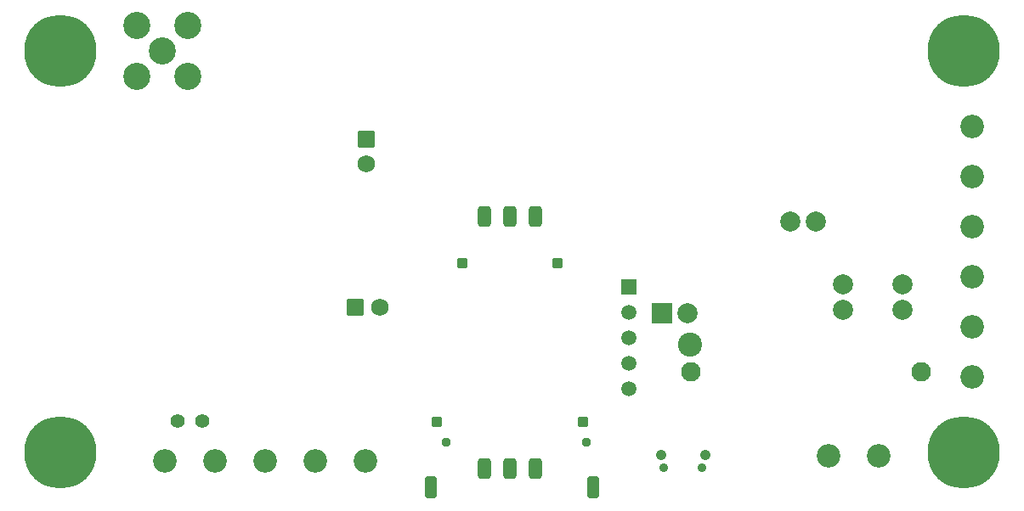
<source format=gbs>
%FSLAX44Y44*%
%MOMM*%
G71*
G01*
G75*
G04 Layer_Color=16711935*
G04:AMPARAMS|DCode=10|XSize=0.7mm|YSize=2.5mm|CornerRadius=0.175mm|HoleSize=0mm|Usage=FLASHONLY|Rotation=0.000|XOffset=0mm|YOffset=0mm|HoleType=Round|Shape=RoundedRectangle|*
%AMROUNDEDRECTD10*
21,1,0.7000,2.1500,0,0,0.0*
21,1,0.3500,2.5000,0,0,0.0*
1,1,0.3500,0.1750,-1.0750*
1,1,0.3500,-0.1750,-1.0750*
1,1,0.3500,-0.1750,1.0750*
1,1,0.3500,0.1750,1.0750*
%
%ADD10ROUNDEDRECTD10*%
G04:AMPARAMS|DCode=11|XSize=2.5mm|YSize=2.5mm|CornerRadius=0.625mm|HoleSize=0mm|Usage=FLASHONLY|Rotation=0.000|XOffset=0mm|YOffset=0mm|HoleType=Round|Shape=RoundedRectangle|*
%AMROUNDEDRECTD11*
21,1,2.5000,1.2500,0,0,0.0*
21,1,1.2500,2.5000,0,0,0.0*
1,1,1.2500,0.6250,-0.6250*
1,1,1.2500,-0.6250,-0.6250*
1,1,1.2500,-0.6250,0.6250*
1,1,1.2500,0.6250,0.6250*
%
%ADD11ROUNDEDRECTD11*%
G04:AMPARAMS|DCode=12|XSize=0.7mm|YSize=2.5mm|CornerRadius=0.175mm|HoleSize=0mm|Usage=FLASHONLY|Rotation=270.000|XOffset=0mm|YOffset=0mm|HoleType=Round|Shape=RoundedRectangle|*
%AMROUNDEDRECTD12*
21,1,0.7000,2.1500,0,0,270.0*
21,1,0.3500,2.5000,0,0,270.0*
1,1,0.3500,-1.0750,-0.1750*
1,1,0.3500,-1.0750,0.1750*
1,1,0.3500,1.0750,0.1750*
1,1,0.3500,1.0750,-0.1750*
%
%ADD12ROUNDEDRECTD12*%
G04:AMPARAMS|DCode=13|XSize=0.8mm|YSize=1mm|CornerRadius=0.2mm|HoleSize=0mm|Usage=FLASHONLY|Rotation=180.000|XOffset=0mm|YOffset=0mm|HoleType=Round|Shape=RoundedRectangle|*
%AMROUNDEDRECTD13*
21,1,0.8000,0.6000,0,0,180.0*
21,1,0.4000,1.0000,0,0,180.0*
1,1,0.4000,-0.2000,0.3000*
1,1,0.4000,0.2000,0.3000*
1,1,0.4000,0.2000,-0.3000*
1,1,0.4000,-0.2000,-0.3000*
%
%ADD13ROUNDEDRECTD13*%
G04:AMPARAMS|DCode=14|XSize=1mm|YSize=2mm|CornerRadius=0.25mm|HoleSize=0mm|Usage=FLASHONLY|Rotation=180.000|XOffset=0mm|YOffset=0mm|HoleType=Round|Shape=RoundedRectangle|*
%AMROUNDEDRECTD14*
21,1,1.0000,1.5000,0,0,180.0*
21,1,0.5000,2.0000,0,0,180.0*
1,1,0.5000,-0.2500,0.7500*
1,1,0.5000,0.2500,0.7500*
1,1,0.5000,0.2500,-0.7500*
1,1,0.5000,-0.2500,-0.7500*
%
%ADD14ROUNDEDRECTD14*%
G04:AMPARAMS|DCode=15|XSize=4.1mm|YSize=2.1mm|CornerRadius=0.1995mm|HoleSize=0mm|Usage=FLASHONLY|Rotation=90.000|XOffset=0mm|YOffset=0mm|HoleType=Round|Shape=RoundedRectangle|*
%AMROUNDEDRECTD15*
21,1,4.1000,1.7010,0,0,90.0*
21,1,3.7010,2.1000,0,0,90.0*
1,1,0.3990,0.8505,1.8505*
1,1,0.3990,0.8505,-1.8505*
1,1,0.3990,-0.8505,-1.8505*
1,1,0.3990,-0.8505,1.8505*
%
%ADD15ROUNDEDRECTD15*%
G04:AMPARAMS|DCode=16|XSize=3.95mm|YSize=1.2mm|CornerRadius=0.198mm|HoleSize=0mm|Usage=FLASHONLY|Rotation=270.000|XOffset=0mm|YOffset=0mm|HoleType=Round|Shape=RoundedRectangle|*
%AMROUNDEDRECTD16*
21,1,3.9500,0.8040,0,0,270.0*
21,1,3.5540,1.2000,0,0,270.0*
1,1,0.3960,-0.4020,-1.7770*
1,1,0.3960,-0.4020,1.7770*
1,1,0.3960,0.4020,1.7770*
1,1,0.3960,0.4020,-1.7770*
%
%ADD16ROUNDEDRECTD16*%
G04:AMPARAMS|DCode=17|XSize=11.3mm|YSize=10.75mm|CornerRadius=0.215mm|HoleSize=0mm|Usage=FLASHONLY|Rotation=270.000|XOffset=0mm|YOffset=0mm|HoleType=Round|Shape=RoundedRectangle|*
%AMROUNDEDRECTD17*
21,1,11.3000,10.3200,0,0,270.0*
21,1,10.8700,10.7500,0,0,270.0*
1,1,0.4300,-5.1600,-5.4350*
1,1,0.4300,-5.1600,5.4350*
1,1,0.4300,5.1600,5.4350*
1,1,0.4300,5.1600,-5.4350*
%
%ADD17ROUNDEDRECTD17*%
G04:AMPARAMS|DCode=18|XSize=1.1mm|YSize=0.7mm|CornerRadius=0.2345mm|HoleSize=0mm|Usage=FLASHONLY|Rotation=270.000|XOffset=0mm|YOffset=0mm|HoleType=Round|Shape=RoundedRectangle|*
%AMROUNDEDRECTD18*
21,1,1.1000,0.2310,0,0,270.0*
21,1,0.6310,0.7000,0,0,270.0*
1,1,0.4690,-0.1155,-0.3155*
1,1,0.4690,-0.1155,0.3155*
1,1,0.4690,0.1155,0.3155*
1,1,0.4690,0.1155,-0.3155*
%
%ADD18ROUNDEDRECTD18*%
G04:AMPARAMS|DCode=19|XSize=1.1mm|YSize=0.6mm|CornerRadius=0.201mm|HoleSize=0mm|Usage=FLASHONLY|Rotation=270.000|XOffset=0mm|YOffset=0mm|HoleType=Round|Shape=RoundedRectangle|*
%AMROUNDEDRECTD19*
21,1,1.1000,0.1980,0,0,270.0*
21,1,0.6980,0.6000,0,0,270.0*
1,1,0.4020,-0.0990,-0.3490*
1,1,0.4020,-0.0990,0.3490*
1,1,0.4020,0.0990,0.3490*
1,1,0.4020,0.0990,-0.3490*
%
%ADD19ROUNDEDRECTD19*%
G04:AMPARAMS|DCode=20|XSize=1.05mm|YSize=0.65mm|CornerRadius=0.2015mm|HoleSize=0mm|Usage=FLASHONLY|Rotation=90.000|XOffset=0mm|YOffset=0mm|HoleType=Round|Shape=RoundedRectangle|*
%AMROUNDEDRECTD20*
21,1,1.0500,0.2470,0,0,90.0*
21,1,0.6470,0.6500,0,0,90.0*
1,1,0.4030,0.1235,0.3235*
1,1,0.4030,0.1235,-0.3235*
1,1,0.4030,-0.1235,-0.3235*
1,1,0.4030,-0.1235,0.3235*
%
%ADD20ROUNDEDRECTD20*%
G04:AMPARAMS|DCode=21|XSize=1.75mm|YSize=1.05mm|CornerRadius=0.1995mm|HoleSize=0mm|Usage=FLASHONLY|Rotation=180.000|XOffset=0mm|YOffset=0mm|HoleType=Round|Shape=RoundedRectangle|*
%AMROUNDEDRECTD21*
21,1,1.7500,0.6510,0,0,180.0*
21,1,1.3510,1.0500,0,0,180.0*
1,1,0.3990,-0.6755,0.3255*
1,1,0.3990,0.6755,0.3255*
1,1,0.3990,0.6755,-0.3255*
1,1,0.3990,-0.6755,-0.3255*
%
%ADD21ROUNDEDRECTD21*%
G04:AMPARAMS|DCode=22|XSize=1.75mm|YSize=1.05mm|CornerRadius=0.1995mm|HoleSize=0mm|Usage=FLASHONLY|Rotation=90.000|XOffset=0mm|YOffset=0mm|HoleType=Round|Shape=RoundedRectangle|*
%AMROUNDEDRECTD22*
21,1,1.7500,0.6510,0,0,90.0*
21,1,1.3510,1.0500,0,0,90.0*
1,1,0.3990,0.3255,0.6755*
1,1,0.3990,0.3255,-0.6755*
1,1,0.3990,-0.3255,-0.6755*
1,1,0.3990,-0.3255,0.6755*
%
%ADD22ROUNDEDRECTD22*%
G04:AMPARAMS|DCode=23|XSize=2.7mm|YSize=1.2mm|CornerRadius=0.21mm|HoleSize=0mm|Usage=FLASHONLY|Rotation=180.000|XOffset=0mm|YOffset=0mm|HoleType=Round|Shape=RoundedRectangle|*
%AMROUNDEDRECTD23*
21,1,2.7000,0.7800,0,0,180.0*
21,1,2.2800,1.2000,0,0,180.0*
1,1,0.4200,-1.1400,0.3900*
1,1,0.4200,1.1400,0.3900*
1,1,0.4200,1.1400,-0.3900*
1,1,0.4200,-1.1400,-0.3900*
%
%ADD23ROUNDEDRECTD23*%
G04:AMPARAMS|DCode=24|XSize=2.5mm|YSize=1.7mm|CornerRadius=0.204mm|HoleSize=0mm|Usage=FLASHONLY|Rotation=0.000|XOffset=0mm|YOffset=0mm|HoleType=Round|Shape=RoundedRectangle|*
%AMROUNDEDRECTD24*
21,1,2.5000,1.2920,0,0,0.0*
21,1,2.0920,1.7000,0,0,0.0*
1,1,0.4080,1.0460,-0.6460*
1,1,0.4080,-1.0460,-0.6460*
1,1,0.4080,-1.0460,0.6460*
1,1,0.4080,1.0460,0.6460*
%
%ADD24ROUNDEDRECTD24*%
G04:AMPARAMS|DCode=25|XSize=1.2mm|YSize=1.2mm|CornerRadius=0.198mm|HoleSize=0mm|Usage=FLASHONLY|Rotation=270.000|XOffset=0mm|YOffset=0mm|HoleType=Round|Shape=RoundedRectangle|*
%AMROUNDEDRECTD25*
21,1,1.2000,0.8040,0,0,270.0*
21,1,0.8040,1.2000,0,0,270.0*
1,1,0.3960,-0.4020,-0.4020*
1,1,0.3960,-0.4020,0.4020*
1,1,0.3960,0.4020,0.4020*
1,1,0.3960,0.4020,-0.4020*
%
%ADD25ROUNDEDRECTD25*%
G04:AMPARAMS|DCode=26|XSize=1.2mm|YSize=1.2mm|CornerRadius=0.198mm|HoleSize=0mm|Usage=FLASHONLY|Rotation=0.000|XOffset=0mm|YOffset=0mm|HoleType=Round|Shape=RoundedRectangle|*
%AMROUNDEDRECTD26*
21,1,1.2000,0.8040,0,0,0.0*
21,1,0.8040,1.2000,0,0,0.0*
1,1,0.3960,0.4020,-0.4020*
1,1,0.3960,-0.4020,-0.4020*
1,1,0.3960,-0.4020,0.4020*
1,1,0.3960,0.4020,0.4020*
%
%ADD26ROUNDEDRECTD26*%
G04:AMPARAMS|DCode=27|XSize=2.5mm|YSize=2mm|CornerRadius=0.2mm|HoleSize=0mm|Usage=FLASHONLY|Rotation=90.000|XOffset=0mm|YOffset=0mm|HoleType=Round|Shape=RoundedRectangle|*
%AMROUNDEDRECTD27*
21,1,2.5000,1.6000,0,0,90.0*
21,1,2.1000,2.0000,0,0,90.0*
1,1,0.4000,0.8000,1.0500*
1,1,0.4000,0.8000,-1.0500*
1,1,0.4000,-0.8000,-1.0500*
1,1,0.4000,-0.8000,1.0500*
%
%ADD27ROUNDEDRECTD27*%
G04:AMPARAMS|DCode=28|XSize=2.3mm|YSize=0.5mm|CornerRadius=0.2mm|HoleSize=0mm|Usage=FLASHONLY|Rotation=90.000|XOffset=0mm|YOffset=0mm|HoleType=Round|Shape=RoundedRectangle|*
%AMROUNDEDRECTD28*
21,1,2.3000,0.1000,0,0,90.0*
21,1,1.9000,0.5000,0,0,90.0*
1,1,0.4000,0.0500,0.9500*
1,1,0.4000,0.0500,-0.9500*
1,1,0.4000,-0.0500,-0.9500*
1,1,0.4000,-0.0500,0.9500*
%
%ADD28ROUNDEDRECTD28*%
G04:AMPARAMS|DCode=29|XSize=1mm|YSize=0.95mm|CornerRadius=0.1995mm|HoleSize=0mm|Usage=FLASHONLY|Rotation=90.000|XOffset=0mm|YOffset=0mm|HoleType=Round|Shape=RoundedRectangle|*
%AMROUNDEDRECTD29*
21,1,1.0000,0.5510,0,0,90.0*
21,1,0.6010,0.9500,0,0,90.0*
1,1,0.3990,0.2755,0.3005*
1,1,0.3990,0.2755,-0.3005*
1,1,0.3990,-0.2755,-0.3005*
1,1,0.3990,-0.2755,0.3005*
%
%ADD29ROUNDEDRECTD29*%
G04:AMPARAMS|DCode=30|XSize=1.1mm|YSize=0.6mm|CornerRadius=0.201mm|HoleSize=0mm|Usage=FLASHONLY|Rotation=0.000|XOffset=0mm|YOffset=0mm|HoleType=Round|Shape=RoundedRectangle|*
%AMROUNDEDRECTD30*
21,1,1.1000,0.1980,0,0,0.0*
21,1,0.6980,0.6000,0,0,0.0*
1,1,0.4020,0.3490,-0.0990*
1,1,0.4020,-0.3490,-0.0990*
1,1,0.4020,-0.3490,0.0990*
1,1,0.4020,0.3490,0.0990*
%
%ADD30ROUNDEDRECTD30*%
G04:AMPARAMS|DCode=31|XSize=1mm|YSize=0.95mm|CornerRadius=0.1995mm|HoleSize=0mm|Usage=FLASHONLY|Rotation=0.000|XOffset=0mm|YOffset=0mm|HoleType=Round|Shape=RoundedRectangle|*
%AMROUNDEDRECTD31*
21,1,1.0000,0.5510,0,0,0.0*
21,1,0.6010,0.9500,0,0,0.0*
1,1,0.3990,0.3005,-0.2755*
1,1,0.3990,-0.3005,-0.2755*
1,1,0.3990,-0.3005,0.2755*
1,1,0.3990,0.3005,0.2755*
%
%ADD31ROUNDEDRECTD31*%
%ADD32O,2.5000X0.7000*%
%ADD33O,0.7000X2.5000*%
G04:AMPARAMS|DCode=34|XSize=1.6mm|YSize=1.3mm|CornerRadius=0.2015mm|HoleSize=0mm|Usage=FLASHONLY|Rotation=270.000|XOffset=0mm|YOffset=0mm|HoleType=Round|Shape=RoundedRectangle|*
%AMROUNDEDRECTD34*
21,1,1.6000,0.8970,0,0,270.0*
21,1,1.1970,1.3000,0,0,270.0*
1,1,0.4030,-0.4485,-0.5985*
1,1,0.4030,-0.4485,0.5985*
1,1,0.4030,0.4485,0.5985*
1,1,0.4030,0.4485,-0.5985*
%
%ADD34ROUNDEDRECTD34*%
G04:AMPARAMS|DCode=35|XSize=2.5mm|YSize=1.15mm|CornerRadius=0.3852mm|HoleSize=0mm|Usage=FLASHONLY|Rotation=90.000|XOffset=0mm|YOffset=0mm|HoleType=Round|Shape=RoundedRectangle|*
%AMROUNDEDRECTD35*
21,1,2.5000,0.3795,0,0,90.0*
21,1,1.7295,1.1500,0,0,90.0*
1,1,0.7705,0.1898,0.8648*
1,1,0.7705,0.1898,-0.8648*
1,1,0.7705,-0.1898,-0.8648*
1,1,0.7705,-0.1898,0.8648*
%
%ADD35ROUNDEDRECTD35*%
G04:AMPARAMS|DCode=36|XSize=1.3mm|YSize=1mm|CornerRadius=0.25mm|HoleSize=0mm|Usage=FLASHONLY|Rotation=90.000|XOffset=0mm|YOffset=0mm|HoleType=Round|Shape=RoundedRectangle|*
%AMROUNDEDRECTD36*
21,1,1.3000,0.5000,0,0,90.0*
21,1,0.8000,1.0000,0,0,90.0*
1,1,0.5000,0.2500,0.4000*
1,1,0.5000,0.2500,-0.4000*
1,1,0.5000,-0.2500,-0.4000*
1,1,0.5000,-0.2500,0.4000*
%
%ADD36ROUNDEDRECTD36*%
G04:AMPARAMS|DCode=37|XSize=2.35mm|YSize=1.15mm|CornerRadius=0.3852mm|HoleSize=0mm|Usage=FLASHONLY|Rotation=90.000|XOffset=0mm|YOffset=0mm|HoleType=Round|Shape=RoundedRectangle|*
%AMROUNDEDRECTD37*
21,1,2.3500,0.3795,0,0,90.0*
21,1,1.5795,1.1500,0,0,90.0*
1,1,0.7705,0.1898,0.7897*
1,1,0.7705,0.1898,-0.7897*
1,1,0.7705,-0.1898,-0.7897*
1,1,0.7705,-0.1898,0.7897*
%
%ADD37ROUNDEDRECTD37*%
%ADD38R,0.4000X1.4000*%
G04:AMPARAMS|DCode=39|XSize=1.8mm|YSize=1.9mm|CornerRadius=0.45mm|HoleSize=0mm|Usage=FLASHONLY|Rotation=0.000|XOffset=0mm|YOffset=0mm|HoleType=Round|Shape=RoundedRectangle|*
%AMROUNDEDRECTD39*
21,1,1.8000,1.0000,0,0,0.0*
21,1,0.9000,1.9000,0,0,0.0*
1,1,0.9000,0.4500,-0.5000*
1,1,0.9000,-0.4500,-0.5000*
1,1,0.9000,-0.4500,0.5000*
1,1,0.9000,0.4500,0.5000*
%
%ADD39ROUNDEDRECTD39*%
G04:AMPARAMS|DCode=40|XSize=2.5mm|YSize=1.7mm|CornerRadius=0.204mm|HoleSize=0mm|Usage=FLASHONLY|Rotation=90.000|XOffset=0mm|YOffset=0mm|HoleType=Round|Shape=RoundedRectangle|*
%AMROUNDEDRECTD40*
21,1,2.5000,1.2920,0,0,90.0*
21,1,2.0920,1.7000,0,0,90.0*
1,1,0.4080,0.6460,1.0460*
1,1,0.4080,0.6460,-1.0460*
1,1,0.4080,-0.6460,-1.0460*
1,1,0.4080,-0.6460,1.0460*
%
%ADD40ROUNDEDRECTD40*%
G04:AMPARAMS|DCode=41|XSize=1.8mm|YSize=1.7mm|CornerRadius=0.204mm|HoleSize=0mm|Usage=FLASHONLY|Rotation=180.000|XOffset=0mm|YOffset=0mm|HoleType=Round|Shape=RoundedRectangle|*
%AMROUNDEDRECTD41*
21,1,1.8000,1.2920,0,0,180.0*
21,1,1.3920,1.7000,0,0,180.0*
1,1,0.4080,-0.6960,0.6460*
1,1,0.4080,0.6960,0.6460*
1,1,0.4080,0.6960,-0.6460*
1,1,0.4080,-0.6960,-0.6460*
%
%ADD41ROUNDEDRECTD41*%
G04:AMPARAMS|DCode=42|XSize=1mm|YSize=1.2mm|CornerRadius=0.165mm|HoleSize=0mm|Usage=FLASHONLY|Rotation=0.000|XOffset=0mm|YOffset=0mm|HoleType=Round|Shape=RoundedRectangle|*
%AMROUNDEDRECTD42*
21,1,1.0000,0.8700,0,0,0.0*
21,1,0.6700,1.2000,0,0,0.0*
1,1,0.3300,0.3350,-0.4350*
1,1,0.3300,-0.3350,-0.4350*
1,1,0.3300,-0.3350,0.4350*
1,1,0.3300,0.3350,0.4350*
%
%ADD42ROUNDEDRECTD42*%
G04:AMPARAMS|DCode=43|XSize=3mm|YSize=2mm|CornerRadius=0.67mm|HoleSize=0mm|Usage=FLASHONLY|Rotation=90.000|XOffset=0mm|YOffset=0mm|HoleType=Round|Shape=RoundedRectangle|*
%AMROUNDEDRECTD43*
21,1,3.0000,0.6600,0,0,90.0*
21,1,1.6600,2.0000,0,0,90.0*
1,1,1.3400,0.3300,0.8300*
1,1,1.3400,0.3300,-0.8300*
1,1,1.3400,-0.3300,-0.8300*
1,1,1.3400,-0.3300,0.8300*
%
%ADD43ROUNDEDRECTD43*%
G04:AMPARAMS|DCode=44|XSize=2.3mm|YSize=0.9mm|CornerRadius=0.225mm|HoleSize=0mm|Usage=FLASHONLY|Rotation=90.000|XOffset=0mm|YOffset=0mm|HoleType=Round|Shape=RoundedRectangle|*
%AMROUNDEDRECTD44*
21,1,2.3000,0.4500,0,0,90.0*
21,1,1.8500,0.9000,0,0,90.0*
1,1,0.4500,0.2250,0.9250*
1,1,0.4500,0.2250,-0.9250*
1,1,0.4500,-0.2250,-0.9250*
1,1,0.4500,-0.2250,0.9250*
%
%ADD44ROUNDEDRECTD44*%
G04:AMPARAMS|DCode=45|XSize=1.2mm|YSize=2mm|CornerRadius=0.3mm|HoleSize=0mm|Usage=FLASHONLY|Rotation=180.000|XOffset=0mm|YOffset=0mm|HoleType=Round|Shape=RoundedRectangle|*
%AMROUNDEDRECTD45*
21,1,1.2000,1.4000,0,0,180.0*
21,1,0.6000,2.0000,0,0,180.0*
1,1,0.6000,-0.3000,0.7000*
1,1,0.6000,0.3000,0.7000*
1,1,0.6000,0.3000,-0.7000*
1,1,0.6000,-0.3000,-0.7000*
%
%ADD45ROUNDEDRECTD45*%
G04:AMPARAMS|DCode=46|XSize=1.05mm|YSize=0.65mm|CornerRadius=0.2015mm|HoleSize=0mm|Usage=FLASHONLY|Rotation=0.000|XOffset=0mm|YOffset=0mm|HoleType=Round|Shape=RoundedRectangle|*
%AMROUNDEDRECTD46*
21,1,1.0500,0.2470,0,0,0.0*
21,1,0.6470,0.6500,0,0,0.0*
1,1,0.4030,0.3235,-0.1235*
1,1,0.4030,-0.3235,-0.1235*
1,1,0.4030,-0.3235,0.1235*
1,1,0.4030,0.3235,0.1235*
%
%ADD46ROUNDEDRECTD46*%
G04:AMPARAMS|DCode=47|XSize=1mm|YSize=0.9mm|CornerRadius=0.198mm|HoleSize=0mm|Usage=FLASHONLY|Rotation=270.000|XOffset=0mm|YOffset=0mm|HoleType=Round|Shape=RoundedRectangle|*
%AMROUNDEDRECTD47*
21,1,1.0000,0.5040,0,0,270.0*
21,1,0.6040,0.9000,0,0,270.0*
1,1,0.3960,-0.2520,-0.3020*
1,1,0.3960,-0.2520,0.3020*
1,1,0.3960,0.2520,0.3020*
1,1,0.3960,0.2520,-0.3020*
%
%ADD47ROUNDEDRECTD47*%
G04:AMPARAMS|DCode=48|XSize=1.45mm|YSize=0.95mm|CornerRadius=0.1995mm|HoleSize=0mm|Usage=FLASHONLY|Rotation=180.000|XOffset=0mm|YOffset=0mm|HoleType=Round|Shape=RoundedRectangle|*
%AMROUNDEDRECTD48*
21,1,1.4500,0.5510,0,0,180.0*
21,1,1.0510,0.9500,0,0,180.0*
1,1,0.3990,-0.5255,0.2755*
1,1,0.3990,0.5255,0.2755*
1,1,0.3990,0.5255,-0.2755*
1,1,0.3990,-0.5255,-0.2755*
%
%ADD48ROUNDEDRECTD48*%
G04:AMPARAMS|DCode=49|XSize=1.45mm|YSize=1.15mm|CornerRadius=0.2013mm|HoleSize=0mm|Usage=FLASHONLY|Rotation=180.000|XOffset=0mm|YOffset=0mm|HoleType=Round|Shape=RoundedRectangle|*
%AMROUNDEDRECTD49*
21,1,1.4500,0.7475,0,0,180.0*
21,1,1.0475,1.1500,0,0,180.0*
1,1,0.4025,-0.5238,0.3738*
1,1,0.4025,0.5238,0.3738*
1,1,0.4025,0.5238,-0.3738*
1,1,0.4025,-0.5238,-0.3738*
%
%ADD49ROUNDEDRECTD49*%
%ADD50C,0.3500*%
%ADD51C,0.4000*%
%ADD52C,0.5000*%
%ADD53C,0.7000*%
%ADD54C,0.2500*%
%ADD55C,2.2000*%
%ADD56C,7.0000*%
%ADD57C,2.5000*%
%ADD58C,1.8000*%
%ADD59C,1.8500*%
%ADD60C,1.6000*%
G04:AMPARAMS|DCode=61|XSize=1.6mm|YSize=1.6mm|CornerRadius=0.2mm|HoleSize=0mm|Usage=FLASHONLY|Rotation=270.000|XOffset=0mm|YOffset=0mm|HoleType=Round|Shape=RoundedRectangle|*
%AMROUNDEDRECTD61*
21,1,1.6000,1.2000,0,0,270.0*
21,1,1.2000,1.6000,0,0,270.0*
1,1,0.4000,-0.6000,-0.6000*
1,1,0.4000,-0.6000,0.6000*
1,1,0.4000,0.6000,0.6000*
1,1,0.4000,0.6000,-0.6000*
%
%ADD61ROUNDEDRECTD61*%
G04:AMPARAMS|DCode=62|XSize=1.6mm|YSize=1.6mm|CornerRadius=0.2mm|HoleSize=0mm|Usage=FLASHONLY|Rotation=0.000|XOffset=0mm|YOffset=0mm|HoleType=Round|Shape=RoundedRectangle|*
%AMROUNDEDRECTD62*
21,1,1.6000,1.2000,0,0,0.0*
21,1,1.2000,1.6000,0,0,0.0*
1,1,0.4000,0.6000,-0.6000*
1,1,0.4000,-0.6000,-0.6000*
1,1,0.4000,-0.6000,0.6000*
1,1,0.4000,0.6000,0.6000*
%
%ADD62ROUNDEDRECTD62*%
%ADD63C,0.5000*%
%ADD64R,1.8500X1.8500*%
%ADD65R,1.3000X1.3000*%
%ADD66C,1.3000*%
G04:AMPARAMS|DCode=67|XSize=1.15mm|YSize=2.1mm|CornerRadius=0.2875mm|HoleSize=0mm|Usage=FLASHONLY|Rotation=0.000|XOffset=0mm|YOffset=0mm|HoleType=Round|Shape=RoundedRectangle|*
%AMROUNDEDRECTD67*
21,1,1.1500,1.5250,0,0,0.0*
21,1,0.5750,2.1000,0,0,0.0*
1,1,0.5750,0.2875,-0.7625*
1,1,0.5750,-0.2875,-0.7625*
1,1,0.5750,-0.2875,0.7625*
1,1,0.5750,0.2875,0.7625*
%
%ADD67ROUNDEDRECTD67*%
%ADD68C,0.7000*%
%ADD69C,1.2000*%
G04:AMPARAMS|DCode=70|XSize=0.7mm|YSize=0.7mm|CornerRadius=0.175mm|HoleSize=0mm|Usage=FLASHONLY|Rotation=0.000|XOffset=0mm|YOffset=0mm|HoleType=Round|Shape=RoundedRectangle|*
%AMROUNDEDRECTD70*
21,1,0.7000,0.3500,0,0,0.0*
21,1,0.3500,0.7000,0,0,0.0*
1,1,0.3500,0.1750,-0.1750*
1,1,0.3500,-0.1750,-0.1750*
1,1,0.3500,-0.1750,0.1750*
1,1,0.3500,0.1750,0.1750*
%
%ADD70ROUNDEDRECTD70*%
G04:AMPARAMS|DCode=71|XSize=1mm|YSize=1mm|CornerRadius=0.25mm|HoleSize=0mm|Usage=FLASHONLY|Rotation=90.000|XOffset=0mm|YOffset=0mm|HoleType=Round|Shape=RoundedRectangle|*
%AMROUNDEDRECTD71*
21,1,1.0000,0.5000,0,0,90.0*
21,1,0.5000,1.0000,0,0,90.0*
1,1,0.5000,0.2500,0.2500*
1,1,0.5000,0.2500,-0.2500*
1,1,0.5000,-0.2500,-0.2500*
1,1,0.5000,-0.2500,0.2500*
%
%ADD71ROUNDEDRECTD71*%
%ADD72C,0.3000*%
%ADD73C,0.2000*%
%ADD74C,0.2540*%
%ADD75C,0.1500*%
%ADD76C,0.1000*%
%ADD77C,0.0750*%
G04:AMPARAMS|DCode=78|XSize=0.9032mm|YSize=2.7032mm|CornerRadius=0.2766mm|HoleSize=0mm|Usage=FLASHONLY|Rotation=270.000|XOffset=0mm|YOffset=0mm|HoleType=Round|Shape=RoundedRectangle|*
%AMROUNDEDRECTD78*
21,1,0.9032,2.1500,0,0,270.0*
21,1,0.3500,2.7032,0,0,270.0*
1,1,0.5532,-1.0750,-0.1750*
1,1,0.5532,-1.0750,0.1750*
1,1,0.5532,1.0750,0.1750*
1,1,0.5532,1.0750,-0.1750*
%
%ADD78ROUNDEDRECTD78*%
G04:AMPARAMS|DCode=79|XSize=1.0032mm|YSize=1.2032mm|CornerRadius=0.3016mm|HoleSize=0mm|Usage=FLASHONLY|Rotation=180.000|XOffset=0mm|YOffset=0mm|HoleType=Round|Shape=RoundedRectangle|*
%AMROUNDEDRECTD79*
21,1,1.0032,0.6000,0,0,180.0*
21,1,0.4000,1.2032,0,0,180.0*
1,1,0.6032,-0.2000,0.3000*
1,1,0.6032,0.2000,0.3000*
1,1,0.6032,0.2000,-0.3000*
1,1,0.6032,-0.2000,-0.3000*
%
%ADD79ROUNDEDRECTD79*%
G04:AMPARAMS|DCode=80|XSize=1.2032mm|YSize=2.2032mm|CornerRadius=0.3516mm|HoleSize=0mm|Usage=FLASHONLY|Rotation=180.000|XOffset=0mm|YOffset=0mm|HoleType=Round|Shape=RoundedRectangle|*
%AMROUNDEDRECTD80*
21,1,1.2032,1.5000,0,0,180.0*
21,1,0.5000,2.2032,0,0,180.0*
1,1,0.7032,-0.2500,0.7500*
1,1,0.7032,0.2500,0.7500*
1,1,0.7032,0.2500,-0.7500*
1,1,0.7032,-0.2500,-0.7500*
%
%ADD80ROUNDEDRECTD80*%
G04:AMPARAMS|DCode=81|XSize=4.25mm|YSize=2.25mm|CornerRadius=0.2745mm|HoleSize=0mm|Usage=FLASHONLY|Rotation=90.000|XOffset=0mm|YOffset=0mm|HoleType=Round|Shape=RoundedRectangle|*
%AMROUNDEDRECTD81*
21,1,4.2500,1.7010,0,0,90.0*
21,1,3.7010,2.2500,0,0,90.0*
1,1,0.5490,0.8505,1.8505*
1,1,0.5490,0.8505,-1.8505*
1,1,0.5490,-0.8505,-1.8505*
1,1,0.5490,-0.8505,1.8505*
%
%ADD81ROUNDEDRECTD81*%
G04:AMPARAMS|DCode=82|XSize=4.1mm|YSize=1.35mm|CornerRadius=0.273mm|HoleSize=0mm|Usage=FLASHONLY|Rotation=270.000|XOffset=0mm|YOffset=0mm|HoleType=Round|Shape=RoundedRectangle|*
%AMROUNDEDRECTD82*
21,1,4.1000,0.8040,0,0,270.0*
21,1,3.5540,1.3500,0,0,270.0*
1,1,0.5460,-0.4020,-1.7770*
1,1,0.5460,-0.4020,1.7770*
1,1,0.5460,0.4020,1.7770*
1,1,0.5460,0.4020,-1.7770*
%
%ADD82ROUNDEDRECTD82*%
G04:AMPARAMS|DCode=83|XSize=11.45mm|YSize=10.9mm|CornerRadius=0.29mm|HoleSize=0mm|Usage=FLASHONLY|Rotation=270.000|XOffset=0mm|YOffset=0mm|HoleType=Round|Shape=RoundedRectangle|*
%AMROUNDEDRECTD83*
21,1,11.4500,10.3200,0,0,270.0*
21,1,10.8700,10.9000,0,0,270.0*
1,1,0.5800,-5.1600,-5.4350*
1,1,0.5800,-5.1600,5.4350*
1,1,0.5800,5.1600,5.4350*
1,1,0.5800,5.1600,-5.4350*
%
%ADD83ROUNDEDRECTD83*%
G04:AMPARAMS|DCode=84|XSize=1.25mm|YSize=0.85mm|CornerRadius=0.3095mm|HoleSize=0mm|Usage=FLASHONLY|Rotation=270.000|XOffset=0mm|YOffset=0mm|HoleType=Round|Shape=RoundedRectangle|*
%AMROUNDEDRECTD84*
21,1,1.2500,0.2310,0,0,270.0*
21,1,0.6310,0.8500,0,0,270.0*
1,1,0.6190,-0.1155,-0.3155*
1,1,0.6190,-0.1155,0.3155*
1,1,0.6190,0.1155,0.3155*
1,1,0.6190,0.1155,-0.3155*
%
%ADD84ROUNDEDRECTD84*%
G04:AMPARAMS|DCode=85|XSize=1.25mm|YSize=0.75mm|CornerRadius=0.276mm|HoleSize=0mm|Usage=FLASHONLY|Rotation=270.000|XOffset=0mm|YOffset=0mm|HoleType=Round|Shape=RoundedRectangle|*
%AMROUNDEDRECTD85*
21,1,1.2500,0.1980,0,0,270.0*
21,1,0.6980,0.7500,0,0,270.0*
1,1,0.5520,-0.0990,-0.3490*
1,1,0.5520,-0.0990,0.3490*
1,1,0.5520,0.0990,0.3490*
1,1,0.5520,0.0990,-0.3490*
%
%ADD85ROUNDEDRECTD85*%
G04:AMPARAMS|DCode=86|XSize=1.2mm|YSize=0.8mm|CornerRadius=0.2765mm|HoleSize=0mm|Usage=FLASHONLY|Rotation=90.000|XOffset=0mm|YOffset=0mm|HoleType=Round|Shape=RoundedRectangle|*
%AMROUNDEDRECTD86*
21,1,1.2000,0.2470,0,0,90.0*
21,1,0.6470,0.8000,0,0,90.0*
1,1,0.5530,0.1235,0.3235*
1,1,0.5530,0.1235,-0.3235*
1,1,0.5530,-0.1235,-0.3235*
1,1,0.5530,-0.1235,0.3235*
%
%ADD86ROUNDEDRECTD86*%
G04:AMPARAMS|DCode=87|XSize=1.9mm|YSize=1.2mm|CornerRadius=0.2745mm|HoleSize=0mm|Usage=FLASHONLY|Rotation=180.000|XOffset=0mm|YOffset=0mm|HoleType=Round|Shape=RoundedRectangle|*
%AMROUNDEDRECTD87*
21,1,1.9000,0.6510,0,0,180.0*
21,1,1.3510,1.2000,0,0,180.0*
1,1,0.5490,-0.6755,0.3255*
1,1,0.5490,0.6755,0.3255*
1,1,0.5490,0.6755,-0.3255*
1,1,0.5490,-0.6755,-0.3255*
%
%ADD87ROUNDEDRECTD87*%
G04:AMPARAMS|DCode=88|XSize=1.9mm|YSize=1.2mm|CornerRadius=0.2745mm|HoleSize=0mm|Usage=FLASHONLY|Rotation=90.000|XOffset=0mm|YOffset=0mm|HoleType=Round|Shape=RoundedRectangle|*
%AMROUNDEDRECTD88*
21,1,1.9000,0.6510,0,0,90.0*
21,1,1.3510,1.2000,0,0,90.0*
1,1,0.5490,0.3255,0.6755*
1,1,0.5490,0.3255,-0.6755*
1,1,0.5490,-0.3255,-0.6755*
1,1,0.5490,-0.3255,0.6755*
%
%ADD88ROUNDEDRECTD88*%
G04:AMPARAMS|DCode=89|XSize=2.85mm|YSize=1.35mm|CornerRadius=0.285mm|HoleSize=0mm|Usage=FLASHONLY|Rotation=180.000|XOffset=0mm|YOffset=0mm|HoleType=Round|Shape=RoundedRectangle|*
%AMROUNDEDRECTD89*
21,1,2.8500,0.7800,0,0,180.0*
21,1,2.2800,1.3500,0,0,180.0*
1,1,0.5700,-1.1400,0.3900*
1,1,0.5700,1.1400,0.3900*
1,1,0.5700,1.1400,-0.3900*
1,1,0.5700,-1.1400,-0.3900*
%
%ADD89ROUNDEDRECTD89*%
G04:AMPARAMS|DCode=90|XSize=2.65mm|YSize=1.85mm|CornerRadius=0.279mm|HoleSize=0mm|Usage=FLASHONLY|Rotation=0.000|XOffset=0mm|YOffset=0mm|HoleType=Round|Shape=RoundedRectangle|*
%AMROUNDEDRECTD90*
21,1,2.6500,1.2920,0,0,0.0*
21,1,2.0920,1.8500,0,0,0.0*
1,1,0.5580,1.0460,-0.6460*
1,1,0.5580,-1.0460,-0.6460*
1,1,0.5580,-1.0460,0.6460*
1,1,0.5580,1.0460,0.6460*
%
%ADD90ROUNDEDRECTD90*%
G04:AMPARAMS|DCode=91|XSize=1.35mm|YSize=1.35mm|CornerRadius=0.273mm|HoleSize=0mm|Usage=FLASHONLY|Rotation=270.000|XOffset=0mm|YOffset=0mm|HoleType=Round|Shape=RoundedRectangle|*
%AMROUNDEDRECTD91*
21,1,1.3500,0.8040,0,0,270.0*
21,1,0.8040,1.3500,0,0,270.0*
1,1,0.5460,-0.4020,-0.4020*
1,1,0.5460,-0.4020,0.4020*
1,1,0.5460,0.4020,0.4020*
1,1,0.5460,0.4020,-0.4020*
%
%ADD91ROUNDEDRECTD91*%
G04:AMPARAMS|DCode=92|XSize=1.35mm|YSize=1.35mm|CornerRadius=0.273mm|HoleSize=0mm|Usage=FLASHONLY|Rotation=0.000|XOffset=0mm|YOffset=0mm|HoleType=Round|Shape=RoundedRectangle|*
%AMROUNDEDRECTD92*
21,1,1.3500,0.8040,0,0,0.0*
21,1,0.8040,1.3500,0,0,0.0*
1,1,0.5460,0.4020,-0.4020*
1,1,0.5460,-0.4020,-0.4020*
1,1,0.5460,-0.4020,0.4020*
1,1,0.5460,0.4020,0.4020*
%
%ADD92ROUNDEDRECTD92*%
G04:AMPARAMS|DCode=93|XSize=2.65mm|YSize=2.15mm|CornerRadius=0.275mm|HoleSize=0mm|Usage=FLASHONLY|Rotation=90.000|XOffset=0mm|YOffset=0mm|HoleType=Round|Shape=RoundedRectangle|*
%AMROUNDEDRECTD93*
21,1,2.6500,1.6000,0,0,90.0*
21,1,2.1000,2.1500,0,0,90.0*
1,1,0.5500,0.8000,1.0500*
1,1,0.5500,0.8000,-1.0500*
1,1,0.5500,-0.8000,-1.0500*
1,1,0.5500,-0.8000,1.0500*
%
%ADD93ROUNDEDRECTD93*%
G04:AMPARAMS|DCode=94|XSize=2.45mm|YSize=0.65mm|CornerRadius=0.275mm|HoleSize=0mm|Usage=FLASHONLY|Rotation=90.000|XOffset=0mm|YOffset=0mm|HoleType=Round|Shape=RoundedRectangle|*
%AMROUNDEDRECTD94*
21,1,2.4500,0.1000,0,0,90.0*
21,1,1.9000,0.6500,0,0,90.0*
1,1,0.5500,0.0500,0.9500*
1,1,0.5500,0.0500,-0.9500*
1,1,0.5500,-0.0500,-0.9500*
1,1,0.5500,-0.0500,0.9500*
%
%ADD94ROUNDEDRECTD94*%
G04:AMPARAMS|DCode=95|XSize=1.15mm|YSize=1.1mm|CornerRadius=0.2745mm|HoleSize=0mm|Usage=FLASHONLY|Rotation=90.000|XOffset=0mm|YOffset=0mm|HoleType=Round|Shape=RoundedRectangle|*
%AMROUNDEDRECTD95*
21,1,1.1500,0.5510,0,0,90.0*
21,1,0.6010,1.1000,0,0,90.0*
1,1,0.5490,0.2755,0.3005*
1,1,0.5490,0.2755,-0.3005*
1,1,0.5490,-0.2755,-0.3005*
1,1,0.5490,-0.2755,0.3005*
%
%ADD95ROUNDEDRECTD95*%
G04:AMPARAMS|DCode=96|XSize=1.25mm|YSize=0.75mm|CornerRadius=0.276mm|HoleSize=0mm|Usage=FLASHONLY|Rotation=0.000|XOffset=0mm|YOffset=0mm|HoleType=Round|Shape=RoundedRectangle|*
%AMROUNDEDRECTD96*
21,1,1.2500,0.1980,0,0,0.0*
21,1,0.6980,0.7500,0,0,0.0*
1,1,0.5520,0.3490,-0.0990*
1,1,0.5520,-0.3490,-0.0990*
1,1,0.5520,-0.3490,0.0990*
1,1,0.5520,0.3490,0.0990*
%
%ADD96ROUNDEDRECTD96*%
G04:AMPARAMS|DCode=97|XSize=1.15mm|YSize=1.1mm|CornerRadius=0.2745mm|HoleSize=0mm|Usage=FLASHONLY|Rotation=0.000|XOffset=0mm|YOffset=0mm|HoleType=Round|Shape=RoundedRectangle|*
%AMROUNDEDRECTD97*
21,1,1.1500,0.5510,0,0,0.0*
21,1,0.6010,1.1000,0,0,0.0*
1,1,0.5490,0.3005,-0.2755*
1,1,0.5490,-0.3005,-0.2755*
1,1,0.5490,-0.3005,0.2755*
1,1,0.5490,0.3005,0.2755*
%
%ADD97ROUNDEDRECTD97*%
%ADD98O,2.6500X0.8500*%
%ADD99O,0.8500X2.6500*%
G04:AMPARAMS|DCode=100|XSize=1.75mm|YSize=1.45mm|CornerRadius=0.2765mm|HoleSize=0mm|Usage=FLASHONLY|Rotation=270.000|XOffset=0mm|YOffset=0mm|HoleType=Round|Shape=RoundedRectangle|*
%AMROUNDEDRECTD100*
21,1,1.7500,0.8970,0,0,270.0*
21,1,1.1970,1.4500,0,0,270.0*
1,1,0.5530,-0.4485,-0.5985*
1,1,0.5530,-0.4485,0.5985*
1,1,0.5530,0.4485,0.5985*
1,1,0.5530,0.4485,-0.5985*
%
%ADD100ROUNDEDRECTD100*%
G04:AMPARAMS|DCode=101|XSize=2.6mm|YSize=1.25mm|CornerRadius=0.4353mm|HoleSize=0mm|Usage=FLASHONLY|Rotation=90.000|XOffset=0mm|YOffset=0mm|HoleType=Round|Shape=RoundedRectangle|*
%AMROUNDEDRECTD101*
21,1,2.6000,0.3795,0,0,90.0*
21,1,1.7295,1.2500,0,0,90.0*
1,1,0.8705,0.1898,0.8648*
1,1,0.8705,0.1898,-0.8648*
1,1,0.8705,-0.1898,-0.8648*
1,1,0.8705,-0.1898,0.8648*
%
%ADD101ROUNDEDRECTD101*%
G04:AMPARAMS|DCode=102|XSize=1.4mm|YSize=1.1mm|CornerRadius=0.3mm|HoleSize=0mm|Usage=FLASHONLY|Rotation=90.000|XOffset=0mm|YOffset=0mm|HoleType=Round|Shape=RoundedRectangle|*
%AMROUNDEDRECTD102*
21,1,1.4000,0.5000,0,0,90.0*
21,1,0.8000,1.1000,0,0,90.0*
1,1,0.6000,0.2500,0.4000*
1,1,0.6000,0.2500,-0.4000*
1,1,0.6000,-0.2500,-0.4000*
1,1,0.6000,-0.2500,0.4000*
%
%ADD102ROUNDEDRECTD102*%
G04:AMPARAMS|DCode=103|XSize=2.45mm|YSize=1.25mm|CornerRadius=0.4353mm|HoleSize=0mm|Usage=FLASHONLY|Rotation=90.000|XOffset=0mm|YOffset=0mm|HoleType=Round|Shape=RoundedRectangle|*
%AMROUNDEDRECTD103*
21,1,2.4500,0.3795,0,0,90.0*
21,1,1.5795,1.2500,0,0,90.0*
1,1,0.8705,0.1898,0.7897*
1,1,0.8705,0.1898,-0.7897*
1,1,0.8705,-0.1898,-0.7897*
1,1,0.8705,-0.1898,0.7897*
%
%ADD103ROUNDEDRECTD103*%
%ADD104R,0.6032X1.6032*%
G04:AMPARAMS|DCode=105|XSize=2.0032mm|YSize=2.1032mm|CornerRadius=0.5516mm|HoleSize=0mm|Usage=FLASHONLY|Rotation=0.000|XOffset=0mm|YOffset=0mm|HoleType=Round|Shape=RoundedRectangle|*
%AMROUNDEDRECTD105*
21,1,2.0032,1.0000,0,0,0.0*
21,1,0.9000,2.1032,0,0,0.0*
1,1,1.1032,0.4500,-0.5000*
1,1,1.1032,-0.4500,-0.5000*
1,1,1.1032,-0.4500,0.5000*
1,1,1.1032,0.4500,0.5000*
%
%ADD105ROUNDEDRECTD105*%
G04:AMPARAMS|DCode=106|XSize=2.65mm|YSize=1.85mm|CornerRadius=0.279mm|HoleSize=0mm|Usage=FLASHONLY|Rotation=90.000|XOffset=0mm|YOffset=0mm|HoleType=Round|Shape=RoundedRectangle|*
%AMROUNDEDRECTD106*
21,1,2.6500,1.2920,0,0,90.0*
21,1,2.0920,1.8500,0,0,90.0*
1,1,0.5580,0.6460,1.0460*
1,1,0.5580,0.6460,-1.0460*
1,1,0.5580,-0.6460,-1.0460*
1,1,0.5580,-0.6460,1.0460*
%
%ADD106ROUNDEDRECTD106*%
G04:AMPARAMS|DCode=107|XSize=1.95mm|YSize=1.85mm|CornerRadius=0.279mm|HoleSize=0mm|Usage=FLASHONLY|Rotation=180.000|XOffset=0mm|YOffset=0mm|HoleType=Round|Shape=RoundedRectangle|*
%AMROUNDEDRECTD107*
21,1,1.9500,1.2920,0,0,180.0*
21,1,1.3920,1.8500,0,0,180.0*
1,1,0.5580,-0.6960,0.6460*
1,1,0.5580,0.6960,0.6460*
1,1,0.5580,0.6960,-0.6460*
1,1,0.5580,-0.6960,-0.6460*
%
%ADD107ROUNDEDRECTD107*%
G04:AMPARAMS|DCode=108|XSize=1.15mm|YSize=1.35mm|CornerRadius=0.24mm|HoleSize=0mm|Usage=FLASHONLY|Rotation=0.000|XOffset=0mm|YOffset=0mm|HoleType=Round|Shape=RoundedRectangle|*
%AMROUNDEDRECTD108*
21,1,1.1500,0.8700,0,0,0.0*
21,1,0.6700,1.3500,0,0,0.0*
1,1,0.4800,0.3350,-0.4350*
1,1,0.4800,-0.3350,-0.4350*
1,1,0.4800,-0.3350,0.4350*
1,1,0.4800,0.3350,0.4350*
%
%ADD108ROUNDEDRECTD108*%
G04:AMPARAMS|DCode=109|XSize=3.1mm|YSize=2.1mm|CornerRadius=0.72mm|HoleSize=0mm|Usage=FLASHONLY|Rotation=90.000|XOffset=0mm|YOffset=0mm|HoleType=Round|Shape=RoundedRectangle|*
%AMROUNDEDRECTD109*
21,1,3.1000,0.6600,0,0,90.0*
21,1,1.6600,2.1000,0,0,90.0*
1,1,1.4400,0.3300,0.8300*
1,1,1.4400,0.3300,-0.8300*
1,1,1.4400,-0.3300,-0.8300*
1,1,1.4400,-0.3300,0.8300*
%
%ADD109ROUNDEDRECTD109*%
G04:AMPARAMS|DCode=110|XSize=2.4mm|YSize=1mm|CornerRadius=0.275mm|HoleSize=0mm|Usage=FLASHONLY|Rotation=90.000|XOffset=0mm|YOffset=0mm|HoleType=Round|Shape=RoundedRectangle|*
%AMROUNDEDRECTD110*
21,1,2.4000,0.4500,0,0,90.0*
21,1,1.8500,1.0000,0,0,90.0*
1,1,0.5500,0.2250,0.9250*
1,1,0.5500,0.2250,-0.9250*
1,1,0.5500,-0.2250,-0.9250*
1,1,0.5500,-0.2250,0.9250*
%
%ADD110ROUNDEDRECTD110*%
G04:AMPARAMS|DCode=111|XSize=1.3mm|YSize=2.1mm|CornerRadius=0.35mm|HoleSize=0mm|Usage=FLASHONLY|Rotation=180.000|XOffset=0mm|YOffset=0mm|HoleType=Round|Shape=RoundedRectangle|*
%AMROUNDEDRECTD111*
21,1,1.3000,1.4000,0,0,180.0*
21,1,0.6000,2.1000,0,0,180.0*
1,1,0.7000,-0.3000,0.7000*
1,1,0.7000,0.3000,0.7000*
1,1,0.7000,0.3000,-0.7000*
1,1,0.7000,-0.3000,-0.7000*
%
%ADD111ROUNDEDRECTD111*%
G04:AMPARAMS|DCode=112|XSize=1.2mm|YSize=0.8mm|CornerRadius=0.2765mm|HoleSize=0mm|Usage=FLASHONLY|Rotation=0.000|XOffset=0mm|YOffset=0mm|HoleType=Round|Shape=RoundedRectangle|*
%AMROUNDEDRECTD112*
21,1,1.2000,0.2470,0,0,0.0*
21,1,0.6470,0.8000,0,0,0.0*
1,1,0.5530,0.3235,-0.1235*
1,1,0.5530,-0.3235,-0.1235*
1,1,0.5530,-0.3235,0.1235*
1,1,0.5530,0.3235,0.1235*
%
%ADD112ROUNDEDRECTD112*%
G04:AMPARAMS|DCode=113|XSize=1.15mm|YSize=1.05mm|CornerRadius=0.273mm|HoleSize=0mm|Usage=FLASHONLY|Rotation=270.000|XOffset=0mm|YOffset=0mm|HoleType=Round|Shape=RoundedRectangle|*
%AMROUNDEDRECTD113*
21,1,1.1500,0.5040,0,0,270.0*
21,1,0.6040,1.0500,0,0,270.0*
1,1,0.5460,-0.2520,-0.3020*
1,1,0.5460,-0.2520,0.3020*
1,1,0.5460,0.2520,0.3020*
1,1,0.5460,0.2520,-0.3020*
%
%ADD113ROUNDEDRECTD113*%
G04:AMPARAMS|DCode=114|XSize=1.55mm|YSize=1.05mm|CornerRadius=0.2495mm|HoleSize=0mm|Usage=FLASHONLY|Rotation=180.000|XOffset=0mm|YOffset=0mm|HoleType=Round|Shape=RoundedRectangle|*
%AMROUNDEDRECTD114*
21,1,1.5500,0.5510,0,0,180.0*
21,1,1.0510,1.0500,0,0,180.0*
1,1,0.4990,-0.5255,0.2755*
1,1,0.4990,0.5255,0.2755*
1,1,0.4990,0.5255,-0.2755*
1,1,0.4990,-0.5255,-0.2755*
%
%ADD114ROUNDEDRECTD114*%
G04:AMPARAMS|DCode=115|XSize=1.6mm|YSize=1.3mm|CornerRadius=0.2763mm|HoleSize=0mm|Usage=FLASHONLY|Rotation=180.000|XOffset=0mm|YOffset=0mm|HoleType=Round|Shape=RoundedRectangle|*
%AMROUNDEDRECTD115*
21,1,1.6000,0.7475,0,0,180.0*
21,1,1.0475,1.3000,0,0,180.0*
1,1,0.5525,-0.5238,0.3738*
1,1,0.5525,0.5238,0.3738*
1,1,0.5525,0.5238,-0.3738*
1,1,0.5525,-0.5238,-0.3738*
%
%ADD115ROUNDEDRECTD115*%
%ADD116C,2.3500*%
%ADD117C,2.4032*%
%ADD118C,7.2032*%
%ADD119C,2.7032*%
%ADD120C,1.9500*%
%ADD121C,2.0000*%
%ADD122C,1.7500*%
G04:AMPARAMS|DCode=123|XSize=1.75mm|YSize=1.75mm|CornerRadius=0.275mm|HoleSize=0mm|Usage=FLASHONLY|Rotation=270.000|XOffset=0mm|YOffset=0mm|HoleType=Round|Shape=RoundedRectangle|*
%AMROUNDEDRECTD123*
21,1,1.7500,1.2000,0,0,270.0*
21,1,1.2000,1.7500,0,0,270.0*
1,1,0.5500,-0.6000,-0.6000*
1,1,0.5500,-0.6000,0.6000*
1,1,0.5500,0.6000,0.6000*
1,1,0.5500,0.6000,-0.6000*
%
%ADD123ROUNDEDRECTD123*%
G04:AMPARAMS|DCode=124|XSize=1.75mm|YSize=1.75mm|CornerRadius=0.275mm|HoleSize=0mm|Usage=FLASHONLY|Rotation=0.000|XOffset=0mm|YOffset=0mm|HoleType=Round|Shape=RoundedRectangle|*
%AMROUNDEDRECTD124*
21,1,1.7500,1.2000,0,0,0.0*
21,1,1.2000,1.7500,0,0,0.0*
1,1,0.5500,0.6000,-0.6000*
1,1,0.5500,-0.6000,-0.6000*
1,1,0.5500,-0.6000,0.6000*
1,1,0.5500,0.6000,0.6000*
%
%ADD124ROUNDEDRECTD124*%
%ADD125C,1.0500*%
%ADD126R,2.0000X2.0000*%
%ADD127R,1.5032X1.5032*%
%ADD128C,1.5032*%
G04:AMPARAMS|DCode=129|XSize=1.25mm|YSize=2.2mm|CornerRadius=0.3375mm|HoleSize=0mm|Usage=FLASHONLY|Rotation=0.000|XOffset=0mm|YOffset=0mm|HoleType=Round|Shape=RoundedRectangle|*
%AMROUNDEDRECTD129*
21,1,1.2500,1.5250,0,0,0.0*
21,1,0.5750,2.2000,0,0,0.0*
1,1,0.6750,0.2875,-0.7625*
1,1,0.6750,-0.2875,-0.7625*
1,1,0.6750,-0.2875,0.7625*
1,1,0.6750,0.2875,0.7625*
%
%ADD129ROUNDEDRECTD129*%
%ADD130C,0.9032*%
%ADD131C,1.4032*%
G04:AMPARAMS|DCode=132|XSize=0.8mm|YSize=0.8mm|CornerRadius=0.225mm|HoleSize=0mm|Usage=FLASHONLY|Rotation=0.000|XOffset=0mm|YOffset=0mm|HoleType=Round|Shape=RoundedRectangle|*
%AMROUNDEDRECTD132*
21,1,0.8000,0.3500,0,0,0.0*
21,1,0.3500,0.8000,0,0,0.0*
1,1,0.4500,0.1750,-0.1750*
1,1,0.4500,-0.1750,-0.1750*
1,1,0.4500,-0.1750,0.1750*
1,1,0.4500,0.1750,0.1750*
%
%ADD132ROUNDEDRECTD132*%
G04:AMPARAMS|DCode=133|XSize=1.1mm|YSize=1.1mm|CornerRadius=0.3mm|HoleSize=0mm|Usage=FLASHONLY|Rotation=90.000|XOffset=0mm|YOffset=0mm|HoleType=Round|Shape=RoundedRectangle|*
%AMROUNDEDRECTD133*
21,1,1.1000,0.5000,0,0,90.0*
21,1,0.5000,1.1000,0,0,90.0*
1,1,0.6000,0.2500,0.2500*
1,1,0.6000,0.2500,-0.2500*
1,1,0.6000,-0.2500,-0.2500*
1,1,0.6000,-0.2500,0.2500*
%
%ADD133ROUNDEDRECTD133*%
D111*
X497550Y285500D02*
D03*
X522950Y33500D02*
D03*
X497550D02*
D03*
X472150D02*
D03*
Y285500D02*
D03*
X522950D02*
D03*
D116*
X354000Y41500D02*
D03*
X304000D02*
D03*
X254000D02*
D03*
X865000Y46500D02*
D03*
X815000D02*
D03*
X958500Y175000D02*
D03*
Y125000D02*
D03*
X958500Y275000D02*
D03*
Y225000D02*
D03*
X154000Y41500D02*
D03*
X204000D02*
D03*
X958500Y325000D02*
D03*
Y375000D02*
D03*
D117*
X677199Y157352D02*
D03*
D118*
X950000Y450000D02*
D03*
Y50000D02*
D03*
X50000D02*
D03*
Y450000D02*
D03*
D119*
X176400Y424600D02*
D03*
Y475400D02*
D03*
X125600D02*
D03*
X151000Y450000D02*
D03*
X125600Y424600D02*
D03*
D120*
X907750Y130250D02*
D03*
X677750D02*
D03*
D121*
X889000Y192300D02*
D03*
Y217700D02*
D03*
X802700Y280000D02*
D03*
X777300D02*
D03*
X829363Y192300D02*
D03*
Y217700D02*
D03*
X674950Y189000D02*
D03*
D122*
X355000Y337500D02*
D03*
X368500Y195000D02*
D03*
D123*
X355000Y362500D02*
D03*
D124*
X343500Y195000D02*
D03*
D125*
X692249Y47000D02*
D03*
X648249D02*
D03*
D126*
X649550Y189000D02*
D03*
D127*
X616500Y214750D02*
D03*
D128*
Y189250D02*
D03*
Y164250D02*
D03*
Y138750D02*
D03*
Y113250D02*
D03*
D129*
X419300Y15000D02*
D03*
X580700D02*
D03*
D130*
X689249Y35000D02*
D03*
X651249D02*
D03*
D131*
X191000Y81000D02*
D03*
X167000D02*
D03*
D132*
X434200Y60000D02*
D03*
X574200D02*
D03*
D133*
X570250Y80500D02*
D03*
X450250Y238500D02*
D03*
X544750D02*
D03*
X424750Y80500D02*
D03*
M02*

</source>
